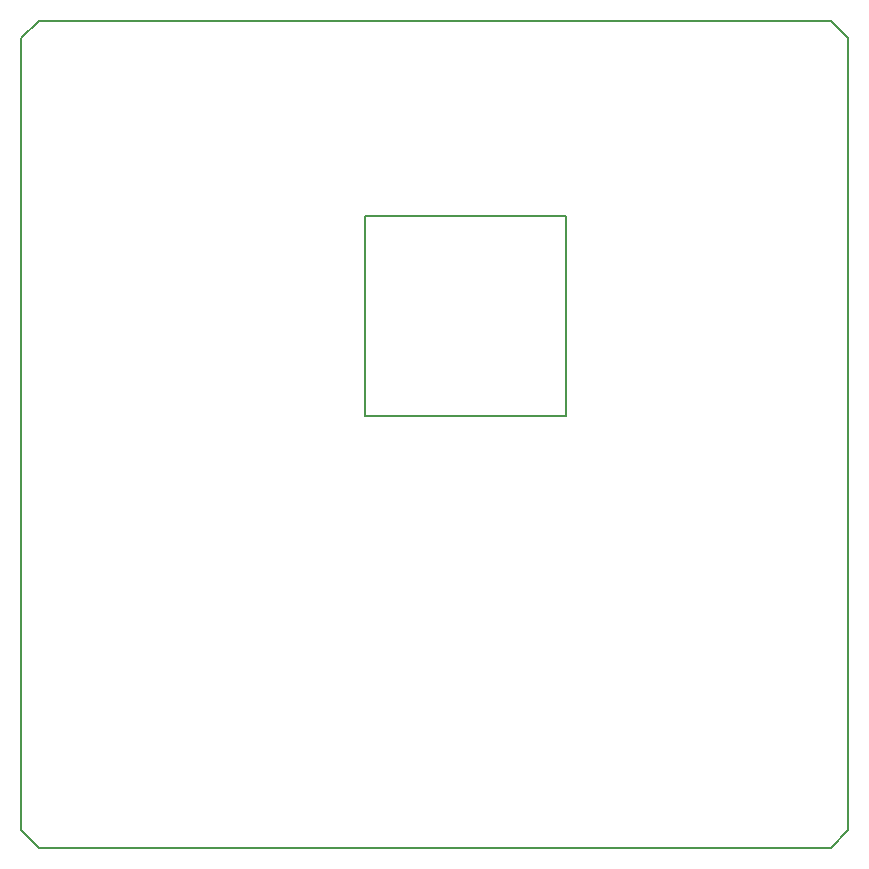
<source format=gbr>
G04 DesignSpark PCB PRO Gerber Version 10.0 Build 5299*
G04 #@! TF.Part,Single*
%FSLAX35Y35*%
%MOIN*%
%ADD17C,0.00500*%
G04 #@! TD.AperFunction*
X0Y0D02*
D02*
D17*
X4331Y6299D02*
Y270079D01*
X10236Y275984D01*
X274016D01*
X279921Y270079D01*
Y6299D01*
X274016Y394D01*
X10236D01*
X4331Y6299D01*
X118898Y211024D02*
X185827D01*
Y144094D01*
X118898D01*
Y211024D01*
X0Y0D02*
M02*

</source>
